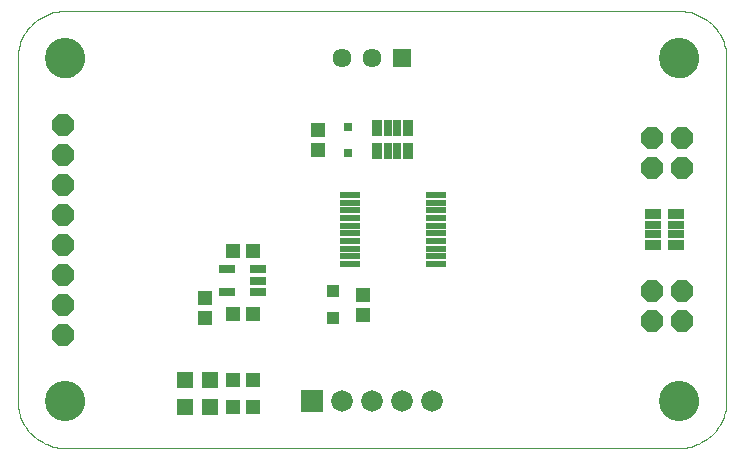
<source format=gts>
G75*
G70*
%OFA0B0*%
%FSLAX24Y24*%
%IPPOS*%
%LPD*%
%AMOC8*
5,1,8,0,0,1.08239X$1,22.5*
%
%ADD10R,0.0671X0.0237*%
%ADD11R,0.0474X0.0513*%
%ADD12R,0.0720X0.0720*%
%ADD13C,0.0720*%
%ADD14OC8,0.0720*%
%ADD15R,0.0635X0.0635*%
%ADD16C,0.0635*%
%ADD17R,0.0552X0.0552*%
%ADD18R,0.0533X0.0253*%
%ADD19R,0.0533X0.0328*%
%ADD20R,0.0253X0.0533*%
%ADD21R,0.0328X0.0533*%
%ADD22R,0.0316X0.0316*%
%ADD23R,0.0395X0.0395*%
%ADD24R,0.0513X0.0474*%
%ADD25R,0.0552X0.0297*%
%ADD26C,0.0000*%
%ADD27C,0.1340*%
D10*
X015467Y009546D03*
X015467Y009802D03*
X015467Y010058D03*
X015467Y010314D03*
X015467Y010570D03*
X015467Y010826D03*
X015467Y011082D03*
X015467Y011338D03*
X015467Y011594D03*
X015467Y011850D03*
X018321Y011850D03*
X018321Y011594D03*
X018321Y011338D03*
X018321Y011082D03*
X018321Y010826D03*
X018321Y010570D03*
X018321Y010314D03*
X018321Y010058D03*
X018321Y009802D03*
X018321Y009546D03*
D11*
X014394Y013362D03*
X014394Y014032D03*
X010644Y008433D03*
X010644Y007763D03*
X011560Y005698D03*
X012229Y005698D03*
X012229Y004798D03*
X011560Y004798D03*
D12*
X014205Y004991D03*
D13*
X015205Y004991D03*
X016205Y004991D03*
X017205Y004991D03*
X018205Y004991D03*
D14*
X025548Y007641D03*
X026548Y007641D03*
X026548Y008641D03*
X025548Y008641D03*
X025548Y012759D03*
X026548Y012759D03*
X026548Y013759D03*
X025548Y013759D03*
X005895Y014200D03*
X005895Y013200D03*
X005895Y012200D03*
X005895Y011200D03*
X005895Y010200D03*
X005895Y009200D03*
X005895Y008200D03*
X005895Y007200D03*
D15*
X017214Y016409D03*
D16*
X016214Y016409D03*
X015214Y016409D03*
D17*
X010808Y005698D03*
X009981Y005698D03*
X009981Y004798D03*
X010808Y004798D03*
D18*
X025566Y010543D03*
X025566Y010858D03*
X026333Y010858D03*
X026333Y010543D03*
D19*
X026333Y010190D03*
X025566Y010190D03*
X025566Y011210D03*
X026333Y011210D03*
D20*
X017052Y013314D03*
X016737Y013314D03*
X016737Y014082D03*
X017052Y014082D03*
D21*
X017404Y014082D03*
X016384Y014082D03*
X016384Y013314D03*
X017404Y013314D03*
D22*
X015395Y013265D03*
X015395Y014131D03*
D23*
X014894Y008641D03*
X014894Y007755D03*
D24*
X015894Y007863D03*
X015894Y008532D03*
X012229Y007898D03*
X011560Y007898D03*
X011560Y009998D03*
X012229Y009998D03*
D25*
X012406Y009372D03*
X012406Y008998D03*
X012406Y008624D03*
X011383Y008624D03*
X011383Y009372D03*
D26*
X005969Y003417D02*
X026442Y003417D01*
X026442Y003416D02*
X026519Y003418D01*
X026596Y003424D01*
X026673Y003433D01*
X026749Y003446D01*
X026825Y003463D01*
X026899Y003484D01*
X026973Y003508D01*
X027045Y003536D01*
X027115Y003567D01*
X027184Y003602D01*
X027252Y003640D01*
X027317Y003681D01*
X027380Y003726D01*
X027441Y003774D01*
X027500Y003824D01*
X027556Y003877D01*
X027609Y003933D01*
X027659Y003992D01*
X027707Y004053D01*
X027752Y004116D01*
X027793Y004181D01*
X027831Y004249D01*
X027866Y004318D01*
X027897Y004388D01*
X027925Y004460D01*
X027949Y004534D01*
X027970Y004608D01*
X027987Y004684D01*
X028000Y004760D01*
X028009Y004837D01*
X028015Y004914D01*
X028017Y004991D01*
X028016Y004991D02*
X028016Y016409D01*
X028017Y016409D02*
X028015Y016486D01*
X028009Y016563D01*
X028000Y016640D01*
X027987Y016716D01*
X027970Y016792D01*
X027949Y016866D01*
X027925Y016940D01*
X027897Y017012D01*
X027866Y017082D01*
X027831Y017151D01*
X027793Y017219D01*
X027752Y017284D01*
X027707Y017347D01*
X027659Y017408D01*
X027609Y017467D01*
X027556Y017523D01*
X027500Y017576D01*
X027441Y017626D01*
X027380Y017674D01*
X027317Y017719D01*
X027252Y017760D01*
X027184Y017798D01*
X027115Y017833D01*
X027045Y017864D01*
X026973Y017892D01*
X026899Y017916D01*
X026825Y017937D01*
X026749Y017954D01*
X026673Y017967D01*
X026596Y017976D01*
X026519Y017982D01*
X026442Y017984D01*
X005969Y017984D01*
X005892Y017982D01*
X005815Y017976D01*
X005738Y017967D01*
X005662Y017954D01*
X005586Y017937D01*
X005512Y017916D01*
X005438Y017892D01*
X005366Y017864D01*
X005296Y017833D01*
X005227Y017798D01*
X005159Y017760D01*
X005094Y017719D01*
X005031Y017674D01*
X004970Y017626D01*
X004911Y017576D01*
X004855Y017523D01*
X004802Y017467D01*
X004752Y017408D01*
X004704Y017347D01*
X004659Y017284D01*
X004618Y017219D01*
X004580Y017151D01*
X004545Y017082D01*
X004514Y017012D01*
X004486Y016940D01*
X004462Y016866D01*
X004441Y016792D01*
X004424Y016716D01*
X004411Y016640D01*
X004402Y016563D01*
X004396Y016486D01*
X004394Y016409D01*
X004394Y004991D01*
X004396Y004914D01*
X004402Y004837D01*
X004411Y004760D01*
X004424Y004684D01*
X004441Y004608D01*
X004462Y004534D01*
X004486Y004460D01*
X004514Y004388D01*
X004545Y004318D01*
X004580Y004249D01*
X004618Y004181D01*
X004659Y004116D01*
X004704Y004053D01*
X004752Y003992D01*
X004802Y003933D01*
X004855Y003877D01*
X004911Y003824D01*
X004970Y003774D01*
X005031Y003726D01*
X005094Y003681D01*
X005159Y003640D01*
X005227Y003602D01*
X005296Y003567D01*
X005366Y003536D01*
X005438Y003508D01*
X005512Y003484D01*
X005586Y003463D01*
X005662Y003446D01*
X005738Y003433D01*
X005815Y003424D01*
X005892Y003418D01*
X005969Y003416D01*
X005892Y003418D01*
X005815Y003424D01*
X005738Y003433D01*
X005662Y003446D01*
X005586Y003463D01*
X005512Y003484D01*
X005438Y003508D01*
X005366Y003536D01*
X005296Y003567D01*
X005227Y003602D01*
X005159Y003640D01*
X005094Y003681D01*
X005031Y003726D01*
X004970Y003774D01*
X004911Y003824D01*
X004855Y003877D01*
X004802Y003933D01*
X004752Y003992D01*
X004704Y004053D01*
X004659Y004116D01*
X004618Y004181D01*
X004580Y004249D01*
X004545Y004318D01*
X004514Y004388D01*
X004486Y004460D01*
X004462Y004534D01*
X004441Y004608D01*
X004424Y004684D01*
X004411Y004760D01*
X004402Y004837D01*
X004396Y004914D01*
X004394Y004991D01*
X005339Y004991D02*
X005341Y005041D01*
X005347Y005091D01*
X005357Y005140D01*
X005371Y005188D01*
X005388Y005235D01*
X005409Y005280D01*
X005434Y005324D01*
X005462Y005365D01*
X005494Y005404D01*
X005528Y005441D01*
X005565Y005475D01*
X005605Y005505D01*
X005647Y005532D01*
X005691Y005556D01*
X005737Y005577D01*
X005784Y005593D01*
X005832Y005606D01*
X005882Y005615D01*
X005931Y005620D01*
X005982Y005621D01*
X006032Y005618D01*
X006081Y005611D01*
X006130Y005600D01*
X006178Y005585D01*
X006224Y005567D01*
X006269Y005545D01*
X006312Y005519D01*
X006353Y005490D01*
X006392Y005458D01*
X006428Y005423D01*
X006460Y005385D01*
X006490Y005345D01*
X006517Y005302D01*
X006540Y005258D01*
X006559Y005212D01*
X006575Y005164D01*
X006587Y005115D01*
X006595Y005066D01*
X006599Y005016D01*
X006599Y004966D01*
X006595Y004916D01*
X006587Y004867D01*
X006575Y004818D01*
X006559Y004770D01*
X006540Y004724D01*
X006517Y004680D01*
X006490Y004637D01*
X006460Y004597D01*
X006428Y004559D01*
X006392Y004524D01*
X006353Y004492D01*
X006312Y004463D01*
X006269Y004437D01*
X006224Y004415D01*
X006178Y004397D01*
X006130Y004382D01*
X006081Y004371D01*
X006032Y004364D01*
X005982Y004361D01*
X005931Y004362D01*
X005882Y004367D01*
X005832Y004376D01*
X005784Y004389D01*
X005737Y004405D01*
X005691Y004426D01*
X005647Y004450D01*
X005605Y004477D01*
X005565Y004507D01*
X005528Y004541D01*
X005494Y004578D01*
X005462Y004617D01*
X005434Y004658D01*
X005409Y004702D01*
X005388Y004747D01*
X005371Y004794D01*
X005357Y004842D01*
X005347Y004891D01*
X005341Y004941D01*
X005339Y004991D01*
X004394Y016409D02*
X004396Y016486D01*
X004402Y016563D01*
X004411Y016640D01*
X004424Y016716D01*
X004441Y016792D01*
X004462Y016866D01*
X004486Y016940D01*
X004514Y017012D01*
X004545Y017082D01*
X004580Y017151D01*
X004618Y017219D01*
X004659Y017284D01*
X004704Y017347D01*
X004752Y017408D01*
X004802Y017467D01*
X004855Y017523D01*
X004911Y017576D01*
X004970Y017626D01*
X005031Y017674D01*
X005094Y017719D01*
X005159Y017760D01*
X005227Y017798D01*
X005296Y017833D01*
X005366Y017864D01*
X005438Y017892D01*
X005512Y017916D01*
X005586Y017937D01*
X005662Y017954D01*
X005738Y017967D01*
X005815Y017976D01*
X005892Y017982D01*
X005969Y017984D01*
X005339Y016409D02*
X005341Y016459D01*
X005347Y016509D01*
X005357Y016558D01*
X005371Y016606D01*
X005388Y016653D01*
X005409Y016698D01*
X005434Y016742D01*
X005462Y016783D01*
X005494Y016822D01*
X005528Y016859D01*
X005565Y016893D01*
X005605Y016923D01*
X005647Y016950D01*
X005691Y016974D01*
X005737Y016995D01*
X005784Y017011D01*
X005832Y017024D01*
X005882Y017033D01*
X005931Y017038D01*
X005982Y017039D01*
X006032Y017036D01*
X006081Y017029D01*
X006130Y017018D01*
X006178Y017003D01*
X006224Y016985D01*
X006269Y016963D01*
X006312Y016937D01*
X006353Y016908D01*
X006392Y016876D01*
X006428Y016841D01*
X006460Y016803D01*
X006490Y016763D01*
X006517Y016720D01*
X006540Y016676D01*
X006559Y016630D01*
X006575Y016582D01*
X006587Y016533D01*
X006595Y016484D01*
X006599Y016434D01*
X006599Y016384D01*
X006595Y016334D01*
X006587Y016285D01*
X006575Y016236D01*
X006559Y016188D01*
X006540Y016142D01*
X006517Y016098D01*
X006490Y016055D01*
X006460Y016015D01*
X006428Y015977D01*
X006392Y015942D01*
X006353Y015910D01*
X006312Y015881D01*
X006269Y015855D01*
X006224Y015833D01*
X006178Y015815D01*
X006130Y015800D01*
X006081Y015789D01*
X006032Y015782D01*
X005982Y015779D01*
X005931Y015780D01*
X005882Y015785D01*
X005832Y015794D01*
X005784Y015807D01*
X005737Y015823D01*
X005691Y015844D01*
X005647Y015868D01*
X005605Y015895D01*
X005565Y015925D01*
X005528Y015959D01*
X005494Y015996D01*
X005462Y016035D01*
X005434Y016076D01*
X005409Y016120D01*
X005388Y016165D01*
X005371Y016212D01*
X005357Y016260D01*
X005347Y016309D01*
X005341Y016359D01*
X005339Y016409D01*
X026442Y017984D02*
X026519Y017982D01*
X026596Y017976D01*
X026673Y017967D01*
X026749Y017954D01*
X026825Y017937D01*
X026899Y017916D01*
X026973Y017892D01*
X027045Y017864D01*
X027115Y017833D01*
X027184Y017798D01*
X027252Y017760D01*
X027317Y017719D01*
X027380Y017674D01*
X027441Y017626D01*
X027500Y017576D01*
X027556Y017523D01*
X027609Y017467D01*
X027659Y017408D01*
X027707Y017347D01*
X027752Y017284D01*
X027793Y017219D01*
X027831Y017151D01*
X027866Y017082D01*
X027897Y017012D01*
X027925Y016940D01*
X027949Y016866D01*
X027970Y016792D01*
X027987Y016716D01*
X028000Y016640D01*
X028009Y016563D01*
X028015Y016486D01*
X028017Y016409D01*
X025812Y016409D02*
X025814Y016459D01*
X025820Y016509D01*
X025830Y016558D01*
X025844Y016606D01*
X025861Y016653D01*
X025882Y016698D01*
X025907Y016742D01*
X025935Y016783D01*
X025967Y016822D01*
X026001Y016859D01*
X026038Y016893D01*
X026078Y016923D01*
X026120Y016950D01*
X026164Y016974D01*
X026210Y016995D01*
X026257Y017011D01*
X026305Y017024D01*
X026355Y017033D01*
X026404Y017038D01*
X026455Y017039D01*
X026505Y017036D01*
X026554Y017029D01*
X026603Y017018D01*
X026651Y017003D01*
X026697Y016985D01*
X026742Y016963D01*
X026785Y016937D01*
X026826Y016908D01*
X026865Y016876D01*
X026901Y016841D01*
X026933Y016803D01*
X026963Y016763D01*
X026990Y016720D01*
X027013Y016676D01*
X027032Y016630D01*
X027048Y016582D01*
X027060Y016533D01*
X027068Y016484D01*
X027072Y016434D01*
X027072Y016384D01*
X027068Y016334D01*
X027060Y016285D01*
X027048Y016236D01*
X027032Y016188D01*
X027013Y016142D01*
X026990Y016098D01*
X026963Y016055D01*
X026933Y016015D01*
X026901Y015977D01*
X026865Y015942D01*
X026826Y015910D01*
X026785Y015881D01*
X026742Y015855D01*
X026697Y015833D01*
X026651Y015815D01*
X026603Y015800D01*
X026554Y015789D01*
X026505Y015782D01*
X026455Y015779D01*
X026404Y015780D01*
X026355Y015785D01*
X026305Y015794D01*
X026257Y015807D01*
X026210Y015823D01*
X026164Y015844D01*
X026120Y015868D01*
X026078Y015895D01*
X026038Y015925D01*
X026001Y015959D01*
X025967Y015996D01*
X025935Y016035D01*
X025907Y016076D01*
X025882Y016120D01*
X025861Y016165D01*
X025844Y016212D01*
X025830Y016260D01*
X025820Y016309D01*
X025814Y016359D01*
X025812Y016409D01*
X028017Y004991D02*
X028015Y004914D01*
X028009Y004837D01*
X028000Y004760D01*
X027987Y004684D01*
X027970Y004608D01*
X027949Y004534D01*
X027925Y004460D01*
X027897Y004388D01*
X027866Y004318D01*
X027831Y004249D01*
X027793Y004181D01*
X027752Y004116D01*
X027707Y004053D01*
X027659Y003992D01*
X027609Y003933D01*
X027556Y003877D01*
X027500Y003824D01*
X027441Y003774D01*
X027380Y003726D01*
X027317Y003681D01*
X027252Y003640D01*
X027184Y003602D01*
X027115Y003567D01*
X027045Y003536D01*
X026973Y003508D01*
X026899Y003484D01*
X026825Y003463D01*
X026749Y003446D01*
X026673Y003433D01*
X026596Y003424D01*
X026519Y003418D01*
X026442Y003416D01*
X025812Y004991D02*
X025814Y005041D01*
X025820Y005091D01*
X025830Y005140D01*
X025844Y005188D01*
X025861Y005235D01*
X025882Y005280D01*
X025907Y005324D01*
X025935Y005365D01*
X025967Y005404D01*
X026001Y005441D01*
X026038Y005475D01*
X026078Y005505D01*
X026120Y005532D01*
X026164Y005556D01*
X026210Y005577D01*
X026257Y005593D01*
X026305Y005606D01*
X026355Y005615D01*
X026404Y005620D01*
X026455Y005621D01*
X026505Y005618D01*
X026554Y005611D01*
X026603Y005600D01*
X026651Y005585D01*
X026697Y005567D01*
X026742Y005545D01*
X026785Y005519D01*
X026826Y005490D01*
X026865Y005458D01*
X026901Y005423D01*
X026933Y005385D01*
X026963Y005345D01*
X026990Y005302D01*
X027013Y005258D01*
X027032Y005212D01*
X027048Y005164D01*
X027060Y005115D01*
X027068Y005066D01*
X027072Y005016D01*
X027072Y004966D01*
X027068Y004916D01*
X027060Y004867D01*
X027048Y004818D01*
X027032Y004770D01*
X027013Y004724D01*
X026990Y004680D01*
X026963Y004637D01*
X026933Y004597D01*
X026901Y004559D01*
X026865Y004524D01*
X026826Y004492D01*
X026785Y004463D01*
X026742Y004437D01*
X026697Y004415D01*
X026651Y004397D01*
X026603Y004382D01*
X026554Y004371D01*
X026505Y004364D01*
X026455Y004361D01*
X026404Y004362D01*
X026355Y004367D01*
X026305Y004376D01*
X026257Y004389D01*
X026210Y004405D01*
X026164Y004426D01*
X026120Y004450D01*
X026078Y004477D01*
X026038Y004507D01*
X026001Y004541D01*
X025967Y004578D01*
X025935Y004617D01*
X025907Y004658D01*
X025882Y004702D01*
X025861Y004747D01*
X025844Y004794D01*
X025830Y004842D01*
X025820Y004891D01*
X025814Y004941D01*
X025812Y004991D01*
D27*
X026442Y004991D03*
X026442Y016409D03*
X005969Y016409D03*
X005969Y004991D03*
M02*

</source>
